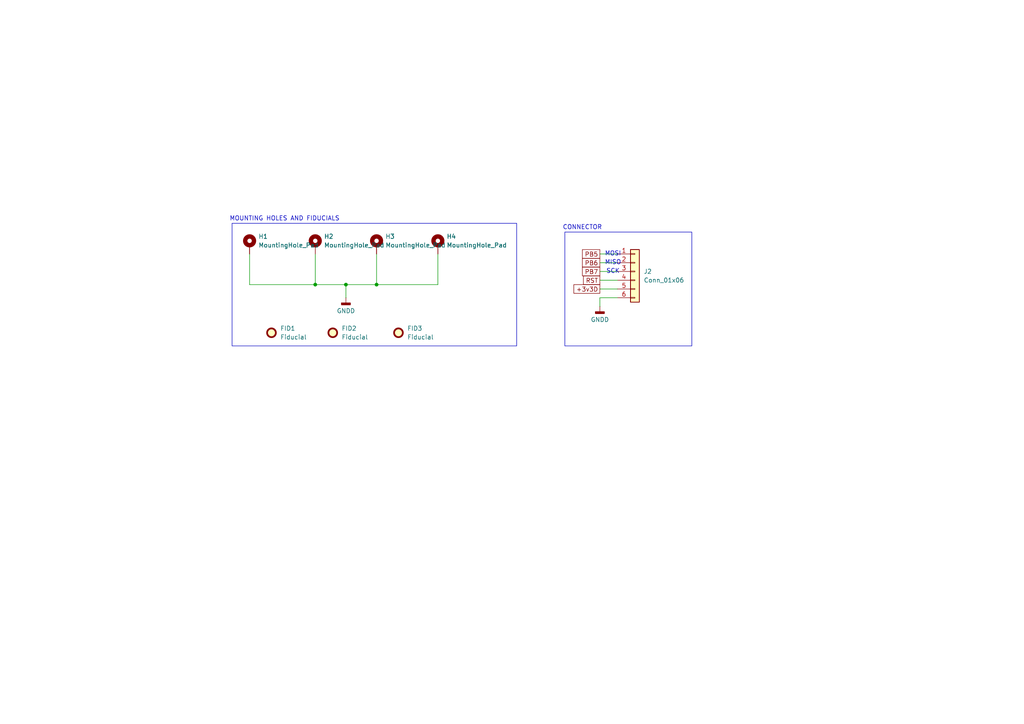
<source format=kicad_sch>
(kicad_sch (version 20250114) (generator "eeschema") (generator_version "9.0")
  (paper "A4")
  (lib_symbols
    (symbol "Connector_Generic:Conn_01x06" (pin_names (offset 1.016) (hide yes))
      (property "Reference" "J" (at 0 7.62 0))
      (property "Value" "Conn_01x06" (at 0 -10.16 0))
      (symbol "Conn_01x06_1_1"
        (rectangle (start -1.27 6.35) (end 1.27 -8.89) (stroke (width 0.254)) (fill (type background)))
        (rectangle (start -1.27 5.207) (end 0 4.953) (stroke (width 0.1524)))
        (rectangle (start -1.27 2.667) (end 0 2.413) (stroke (width 0.1524)))
        (rectangle (start -1.27 0.127) (end 0 -0.127) (stroke (width 0.1524)))
        (rectangle (start -1.27 -2.413) (end 0 -2.667) (stroke (width 0.1524)))
        (rectangle (start -1.27 -4.953) (end 0 -5.207) (stroke (width 0.1524)))
        (rectangle (start -1.27 -7.493) (end 0 -7.747) (stroke (width 0.1524)))
        (pin passive line (at -5.08 5.08 0) (length 3.81) (name "Pin_1") (number "1"))
        (pin passive line (at -5.08 2.54 0) (length 3.81) (name "Pin_2") (number "2"))
        (pin passive line (at -5.08 0 0) (length 3.81) (name "Pin_3") (number "3"))
        (pin passive line (at -5.08 -2.54 0) (length 3.81) (name "Pin_4") (number "4"))
        (pin passive line (at -5.08 -5.08 0) (length 3.81) (name "Pin_5") (number "5"))
        (pin passive line (at -5.08 -7.62 0) (length 3.81) (name "Pin_6") (number "6"))
      )
    )
    (symbol "Mechanical:Fiducial" (in_bom no)
      (property "Reference" "FID" (at 0 5.08 0))
      (property "Value" "Fiducial" (at 0 3.175 0))
      (symbol "Fiducial_0_1"
        (circle (center 0 0) (radius 1.27) (stroke (width 0.508)) (fill (type background)))
      )
    )
    (symbol "Mechanical:MountingHole_Pad" (pin_numbers (hide yes)) (pin_names (offset 1.016) (hide yes)) (in_bom no)
      (property "Reference" "H" (at 0 6.35 0))
      (property "Value" "MountingHole_Pad" (at 0 4.445 0))
      (symbol "MountingHole_Pad_0_1"
        (circle (center 0 1.27) (radius 1.27) (stroke (width 1.27)))
      )
      (symbol "MountingHole_Pad_1_1"
        (pin input line (at 0 -2.54 90) (length 2.54) (name "1") (number "1"))
      )
    )
    (symbol "power:GNDD" (power) (pin_numbers (hide yes)) (pin_names (offset 0) (hide yes))
      (property "Value" "GNDD" (at 0 -3.175 0))
      (symbol "GNDD_0_1"
        (rectangle (start -1.27 -1.524) (end 1.27 -2.032) (stroke (width 0.254)) (fill (type outline)))
        (polyline (pts (xy 0 0) (xy 0 -1.524)))
      )
      (symbol "GNDD_1_1"
        (pin power_in line (at 0 0 270) (length 0) (name "~") (number "1"))
      )
    )
  )
  (rectangle (start 163.83 67.31) (end 200.66 100.33))
  (rectangle (start 67.31 64.77) (end 149.86 100.33))
  (text "MOSI" (at 177.8 73.66 0) (effects (font (size 1.27 1.27))))
  (text "CONNECTOR\n" (at 168.91 66.04 0) (effects (font (size 1.27 1.27))))
  (text "MOUNTING HOLES AND FIDUCIALS" (at 82.55 63.5 0) (effects (font (size 1.27 1.27))))
  (text "SCK\n" (at 177.8 78.74 0) (effects (font (size 1.27 1.27))))
  (text "MISO\n" (at 177.8 76.2 0) (effects (font (size 1.27 1.27))))
  (junction (at 109.22 82.55))
  (junction (at 91.44 82.55))
  (junction (at 100.33 82.55))
  (wire (pts (xy 173.99 78.74) (xy 179.07 78.74)))
  (wire (pts (xy 173.99 86.36) (xy 173.99 88.9)))
  (wire (pts (xy 173.99 81.28) (xy 179.07 81.28)))
  (wire (pts (xy 173.99 83.82) (xy 179.07 83.82)))
  (wire (pts (xy 179.07 86.36) (xy 173.99 86.36)))
  (wire (pts (xy 72.39 73.66) (xy 72.39 82.55)))
  (wire (pts (xy 127 82.55) (xy 127 73.66)))
  (wire (pts (xy 100.33 82.55) (xy 100.33 86.36)))
  (wire (pts (xy 173.99 73.66) (xy 179.07 73.66)))
  (wire (pts (xy 109.22 82.55) (xy 127 82.55)))
  (wire (pts (xy 173.99 76.2) (xy 179.07 76.2)))
  (wire (pts (xy 109.22 73.66) (xy 109.22 82.55)))
  (wire (pts (xy 100.33 82.55) (xy 109.22 82.55)))
  (wire (pts (xy 91.44 73.66) (xy 91.44 82.55)))
  (wire (pts (xy 91.44 82.55) (xy 100.33 82.55)))
  (wire (pts (xy 72.39 82.55) (xy 91.44 82.55)))
  (global_label "PB7" (shape passive) (at 173.99 78.74 180) (property "Intersheetrefs" "${INTERSHEET_REFS}" (effects (hide yes))))
  (global_label "+3v3D" (shape passive) (at 173.99 83.82 180) (property "Intersheetrefs" "${INTERSHEET_REFS}" (effects (hide yes))))
  (global_label "PB6" (shape passive) (at 173.99 76.2 180) (property "Intersheetrefs" "${INTERSHEET_REFS}" (effects (hide yes))))
  (global_label "PB5" (shape passive) (at 173.99 73.66 180) (property "Intersheetrefs" "${INTERSHEET_REFS}" (effects (hide yes))))
  (global_label "RST" (shape passive) (at 173.99 81.28 180) (property "Intersheetrefs" "${INTERSHEET_REFS}" (effects (hide yes))))
  (symbol (lib_id "Mechanical:Fiducial") (at 96.52 96.52 0) (unit 1) (in_bom no)
    (property "Reference" "FID2" (at 99.06 95.2499 0) (effects (justify left)))
    (property "Value" "Fiducial" (at 99.06 97.7899 0) (effects (justify left)))
    (property "Footprint" "Fiducial:Fiducial_0.5mm_Mask1.5mm" (effects (hide yes)))
    (property "Description" "Fiducial Marker" (effects (hide yes)))
  )
  (symbol (lib_id "Connector_Generic:Conn_01x06") (at 184.15 78.74 0) (unit 1)
    (property "Reference" "J2" (at 186.69 78.7399 0) (effects (justify left)))
    (property "Value" "Conn_01x06" (at 186.69 81.2799 0) (effects (justify left)))
    (property "Footprint" "Connector_PinHeader_1.00mm:PinHeader_1x06_P1.00mm_Vertical" (effects (hide yes)))
    (property "Description" "Generic connector, single row, 01x06, script generated (kicad-library-utils/schlib/autogen/connector/)" (effects (hide yes)))
  )
  (symbol (lib_id "Mechanical:MountingHole_Pad") (at 127 71.12 0) (unit 1) (in_bom no)
    (property "Reference" "H4" (at 129.54 68.5799 0) (effects (justify left)))
    (property "Value" "MountingHole_Pad" (at 129.54 71.1199 0) (effects (justify left)))
    (property "Footprint" "MountingHole:MountingHole_2.2mm_M2_DIN965_Pad" (effects (hide yes)))
    (property "Description" "Mounting Hole with connection" (effects (hide yes)))
  )
  (symbol (lib_id "Mechanical:Fiducial") (at 78.74 96.52 0) (unit 1) (in_bom no)
    (property "Reference" "FID1" (at 81.28 95.2499 0) (effects (justify left)))
    (property "Value" "Fiducial" (at 81.28 97.7899 0) (effects (justify left)))
    (property "Footprint" "Fiducial:Fiducial_0.5mm_Mask1.5mm" (effects (hide yes)))
    (property "Description" "Fiducial Marker" (effects (hide yes)))
  )
  (symbol (lib_id "Mechanical:MountingHole_Pad") (at 109.22 71.12 0) (unit 1) (in_bom no)
    (property "Reference" "H3" (at 111.76 68.5799 0) (effects (justify left)))
    (property "Value" "MountingHole_Pad" (at 111.76 71.1199 0) (effects (justify left)))
    (property "Footprint" "MountingHole:MountingHole_2.2mm_M2_DIN965_Pad" (effects (hide yes)))
    (property "Description" "Mounting Hole with connection" (effects (hide yes)))
  )
  (symbol (lib_id "power:GNDD") (at 100.33 86.36 0) (unit 1)
    (property "Reference" "#PWR019" (effects (hide yes)))
    (property "Value" "GNDD" (at 100.33 90.17 0))
    (property "Description" "Power symbol creates a global label with name \"GNDD\" , digital ground" (effects (hide yes)))
  )
  (symbol (lib_id "Mechanical:MountingHole_Pad") (at 91.44 71.12 0) (unit 1) (in_bom no)
    (property "Reference" "H2" (at 93.98 68.5799 0) (effects (justify left)))
    (property "Value" "MountingHole_Pad" (at 93.98 71.1199 0) (effects (justify left)))
    (property "Footprint" "MountingHole:MountingHole_2.2mm_M2_DIN965_Pad" (effects (hide yes)))
    (property "Description" "Mounting Hole with connection" (effects (hide yes)))
  )
  (symbol (lib_id "power:GNDD") (at 173.99 88.9 0) (unit 1)
    (property "Reference" "#PWR020" (effects (hide yes)))
    (property "Value" "GNDD" (at 173.99 92.71 0))
    (property "Description" "Power symbol creates a global label with name \"GNDD\" , digital ground" (effects (hide yes)))
  )
  (symbol (lib_id "Mechanical:Fiducial") (at 115.57 96.52 0) (unit 1) (in_bom no)
    (property "Reference" "FID3" (at 118.11 95.2499 0) (effects (justify left)))
    (property "Value" "Fiducial" (at 118.11 97.7899 0) (effects (justify left)))
    (property "Footprint" "Fiducial:Fiducial_0.5mm_Mask1.5mm" (effects (hide yes)))
    (property "Description" "Fiducial Marker" (effects (hide yes)))
  )
  (symbol (lib_id "Mechanical:MountingHole_Pad") (at 72.39 71.12 0) (unit 1) (in_bom no)
    (property "Reference" "H1" (at 74.93 68.5799 0) (effects (justify left)))
    (property "Value" "MountingHole_Pad" (at 74.93 71.1199 0) (effects (justify left)))
    (property "Footprint" "MountingHole:MountingHole_2.2mm_M2_DIN965_Pad" (effects (hide yes)))
    (property "Description" "Mounting Hole with connection" (effects (hide yes)))
  )
)
</source>
